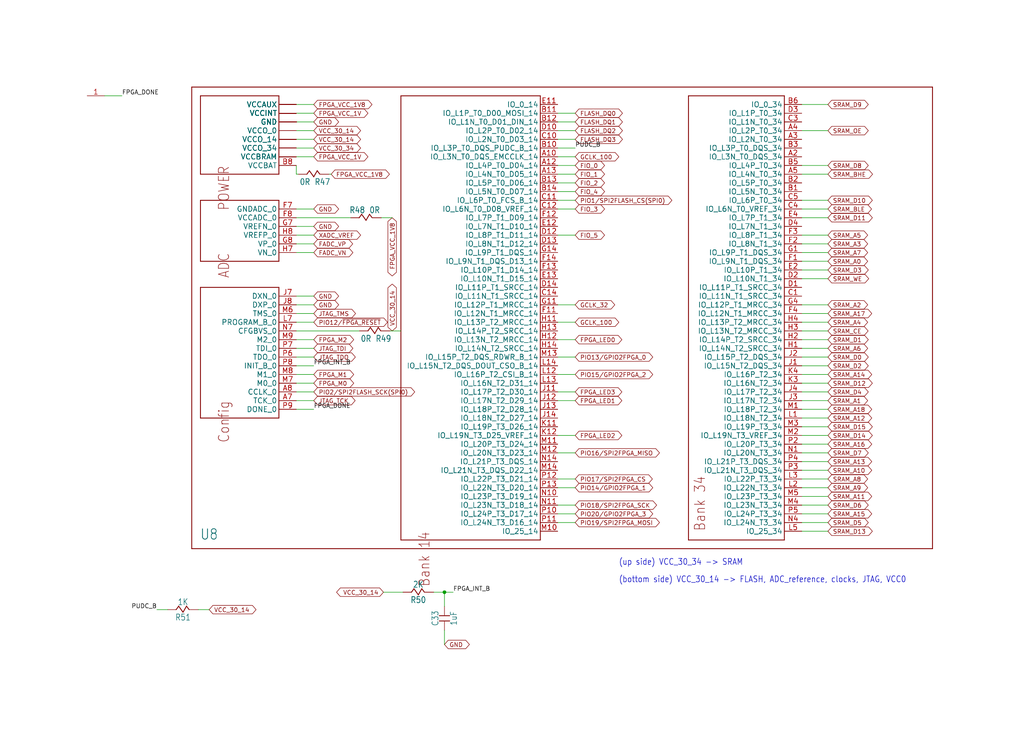
<source format=kicad_sch>
(kicad_sch (version 20250114) (generator "eeschema") (generator_version "9.0")
  (paper "User" 298.45 217.322)
  (lib_symbols
    (symbol "env-eagle-import:CAPACITOR0402"
      (property "Reference" "C" (at 0 1.714 0))
      (symbol "CAPACITOR0402_1_0"
        (polyline (pts (xy -0.762 1.524) (xy -0.762 -1.524)) (stroke (width 0.254)))
        (polyline (pts (xy 0.762 -1.524) (xy 0.762 1.524)) (stroke (width 0.254)))
        (pin bidirectional line (at -3.46 0 0) (length 2.54) (name "P$1") (number "1"))
        (pin bidirectional line (at 3.46 0 180) (length 2.54) (name "P$2") (number "2"))
      )
    )
    (symbol "env-eagle-import:RESISTORSMD_0402"
      (property "Reference" "R" (at 0 2 0))
      (symbol "RESISTORSMD_0402_1_0"
        (polyline (pts (xy -2 0) (xy -1.27 1.016)) (stroke (width 0.254)))
        (polyline (pts (xy -1.27 1.016) (xy 0 -0.762)) (stroke (width 0.254)))
        (polyline (pts (xy 0 -0.762) (xy 1.016 1.016)) (stroke (width 0.254)))
        (polyline (pts (xy 1.016 1.016) (xy 1.778 0)) (stroke (width 0.254)))
        (pin bidirectional line (at -4.46 0 0) (length 2.54) (name "1") (number "1"))
        (pin bidirectional line (at 4.46 0 180) (length 2.54) (name "2") (number "2"))
      )
    )
    (symbol "env-eagle-import:SPARTAN7-LX15"
      (property "Reference" "U" (at 0 0 0))
      (symbol "SPARTAN7-LX15_1_0"
        (polyline (pts (xy -2.54 132.08) (xy -2.54 -2.54)) (stroke (width 0.254)))
        (polyline (pts (xy -2.54 -2.54) (xy 213.36 -2.54)) (stroke (width 0.254)))
        (polyline (pts (xy 0 129.54) (xy 0 106.68)) (stroke (width 0.254)))
        (polyline (pts (xy 0 106.68) (xy 22.86 106.68)) (stroke (width 0.254)))
        (polyline (pts (xy 0 99.06) (xy 22.86 99.06)) (stroke (width 0.254)))
        (polyline (pts (xy 0 81.28) (xy 0 99.06)) (stroke (width 0.254)))
        (polyline (pts (xy 0 73.66) (xy 0 35.56)) (stroke (width 0.254)))
        (polyline (pts (xy 0 35.56) (xy 22.86 35.56)) (stroke (width 0.254)))
        (polyline (pts (xy 22.86 129.54) (xy 0 129.54)) (stroke (width 0.254)))
        (polyline (pts (xy 22.86 129.54) (xy 22.86 106.68)) (stroke (width 0.254)))
        (polyline (pts (xy 22.86 99.06) (xy 22.86 81.28)) (stroke (width 0.254)))
        (polyline (pts (xy 22.86 81.28) (xy 0 81.28)) (stroke (width 0.254)))
        (polyline (pts (xy 22.86 73.66) (xy 0 73.66)) (stroke (width 0.254)))
        (polyline (pts (xy 22.86 73.66) (xy 22.86 35.56)) (stroke (width 0.254)))
        (polyline (pts (xy 58.42 129.54) (xy 58.42 0)) (stroke (width 0.254)))
        (polyline (pts (xy 58.42 0) (xy 99.06 0)) (stroke (width 0.254)))
        (polyline (pts (xy 99.06 129.54) (xy 58.42 129.54)) (stroke (width 0.254)))
        (polyline (pts (xy 99.06 129.54) (xy 99.06 0)) (stroke (width 0.254)))
        (polyline (pts (xy 142.24 129.54) (xy 170.18 129.54)) (stroke (width 0.254)))
        (polyline (pts (xy 142.24 0) (xy 142.24 129.54)) (stroke (width 0.254)))
        (polyline (pts (xy 170.18 0) (xy 142.24 0)) (stroke (width 0.254)))
        (polyline (pts (xy 170.18 0) (xy 170.18 129.54)) (stroke (width 0.254)))
        (polyline (pts (xy 213.36 132.08) (xy -2.54 132.08)) (stroke (width 0.254)))
        (polyline (pts (xy 213.36 -2.54) (xy 213.36 132.08)) (stroke (width 0.254)))
        (text "POWER" (at 5.08 109.22 900) (effects (font (size 3 2.55)) (justify right top)))
        (text "ADC" (at 5.08 83.82 900) (effects (font (size 3 2.55)) (justify right top)))
        (text "Config" (at 5.08 40.64 900) (effects (font (size 3 2.55)) (justify right top)))
        (text "Bank 14" (at 63.5 2.54 900) (effects (font (size 3 2.55)) (justify right top)))
        (text "Bank 34" (at 147.32 2.54 900) (effects (font (size 3 2.55)) (justify left bottom)))
        (pin bidirectional line (at 27.94 127 180) (length 5.08) (name "VCCAUX") (number "F10"))
        (pin bidirectional line (at 27.94 127 180) (length 5.08) (name "VCCAUX") (number "H10"))
        (pin bidirectional line (at 27.94 127 180) (length 5.08) (name "VCCAUX") (number "K10"))
        (pin bidirectional line (at 27.94 127 180) (length 5.08) (name "VCCAUX") (number "L9"))
        (pin bidirectional line (at 27.94 124.46 180) (length 5.08) (name "VCCINT") (number "D6"))
        (pin bidirectional line (at 27.94 124.46 180) (length 5.08) (name "VCCINT") (number "D8"))
        (pin bidirectional line (at 27.94 124.46 180) (length 5.08) (name "VCCINT") (number "E7"))
        (pin bidirectional line (at 27.94 124.46 180) (length 5.08) (name "VCCINT") (number "E9"))
        (pin bidirectional line (at 27.94 124.46 180) (length 5.08) (name "VCCINT") (number "F6"))
        (pin bidirectional line (at 27.94 124.46 180) (length 5.08) (name "VCCINT") (number "G9"))
        (pin bidirectional line (at 27.94 124.46 180) (length 5.08) (name "VCCINT") (number "H6"))
        (pin bidirectional line (at 27.94 124.46 180) (length 5.08) (name "VCCINT") (number "J9"))
        (pin bidirectional line (at 27.94 124.46 180) (length 5.08) (name "VCCINT") (number "K6"))
        (pin bidirectional line (at 27.94 124.46 180) (length 5.08) (name "VCCINT") (number "K8"))
        (pin bidirectional line (at 27.94 121.92 180) (length 5.08) (name "GND") (number "A1"))
        (pin bidirectional line (at 27.94 121.92 180) (length 5.08) (name "GND") (number "A11"))
        (pin bidirectional line (at 27.94 121.92 180) (length 5.08) (name "GND") (number "A14"))
        (pin bidirectional line (at 27.94 121.92 180) (length 5.08) (name "GND") (number "A6"))
        (pin bidirectional line (at 27.94 121.92 180) (length 5.08) (name "GND") (number "A9"))
        (pin bidirectional line (at 27.94 121.92 180) (length 5.08) (name "GND") (number "B4"))
        (pin bidirectional line (at 27.94 121.92 180) (length 5.08) (name "GND") (number "B7"))
        (pin bidirectional line (at 27.94 121.92 180) (length 5.08) (name "GND") (number "B9"))
        (pin bidirectional line (at 27.94 121.92 180) (length 5.08) (name "GND") (number "C13"))
        (pin bidirectional line (at 27.94 121.92 180) (length 5.08) (name "GND") (number "C2"))
        (pin bidirectional line (at 27.94 121.92 180) (length 5.08) (name "GND") (number "C6"))
        (pin bidirectional line (at 27.94 121.92 180) (length 5.08) (name "GND") (number "C7"))
        (pin bidirectional line (at 27.94 121.92 180) (length 5.08) (name "GND") (number "C8"))
        (pin bidirectional line (at 27.94 121.92 180) (length 5.08) (name "GND") (number "C9"))
        (pin bidirectional line (at 27.94 121.92 180) (length 5.08) (name "GND") (number "D11"))
        (pin bidirectional line (at 27.94 121.92 180) (length 5.08) (name "GND") (number "D5"))
        (pin bidirectional line (at 27.94 121.92 180) (length 5.08) (name "GND") (number "D7"))
        (pin bidirectional line (at 27.94 121.92 180) (length 5.08) (name "GND") (number "D9"))
        (pin bidirectional line (at 27.94 121.92 180) (length 5.08) (name "GND") (number "E1"))
        (pin bidirectional line (at 27.94 121.92 180) (length 5.08) (name "GND") (number "E10"))
        (pin bidirectional line (at 27.94 121.92 180) (length 5.08) (name "GND") (number "E14"))
        (pin bidirectional line (at 27.94 121.92 180) (length 5.08) (name "GND") (number "E3"))
        (pin bidirectional line (at 27.94 121.92 180) (length 5.08) (name "GND") (number "E6"))
        (pin bidirectional line (at 27.94 121.92 180) (length 5.08) (name "GND") (number "E8"))
        (pin bidirectional line (at 27.94 121.92 180) (length 5.08) (name "GND") (number "F5"))
        (pin bidirectional line (at 27.94 121.92 180) (length 5.08) (name "GND") (number "F9"))
        (pin bidirectional line (at 27.94 121.92 180) (length 5.08) (name "GND") (number "G10"))
        (pin bidirectional line (at 27.94 121.92 180) (length 5.08) (name "GND") (number "G12"))
        (pin bidirectional line (at 27.94 121.92 180) (length 5.08) (name "GND") (number "G3"))
        (pin bidirectional line (at 27.94 121.92 180) (length 5.08) (name "GND") (number "G6"))
        (pin bidirectional line (at 27.94 121.92 180) (length 5.08) (name "GND") (number "H5"))
        (pin bidirectional line (at 27.94 121.92 180) (length 5.08) (name "GND") (number "H9"))
        (pin bidirectional line (at 27.94 121.92 180) (length 5.08) (name "GND") (number "J10"))
        (pin bidirectional line (at 27.94 121.92 180) (length 5.08) (name "GND") (number "J6"))
        (pin bidirectional line (at 27.94 121.92 180) (length 5.08) (name "GND") (number "K1"))
        (pin bidirectional line (at 27.94 121.92 180) (length 5.08) (name "GND") (number "K14"))
        (pin bidirectional line (at 27.94 121.92 180) (length 5.08) (name "GND") (number "K5"))
        (pin bidirectional line (at 27.94 121.92 180) (length 5.08) (name "GND") (number "K7"))
        (pin bidirectional line (at 27.94 121.92 180) (length 5.08) (name "GND") (number "K9"))
        (pin bidirectional line (at 27.94 121.92 180) (length 5.08) (name "GND") (number "L10"))
        (pin bidirectional line (at 27.94 121.92 180) (length 5.08) (name "GND") (number "L11"))
        (pin bidirectional line (at 27.94 121.92 180) (length 5.08) (name "GND") (number "L4"))
        (pin bidirectional line (at 27.94 121.92 180) (length 5.08) (name "GND") (number "L6"))
        (pin bidirectional line (at 27.94 121.92 180) (length 5.08) (name "GND") (number "L8"))
        (pin bidirectional line (at 27.94 121.92 180) (length 5.08) (name "GND") (number "N12"))
        (pin bidirectional line (at 27.94 121.92 180) (length 5.08) (name "GND") (number "N3"))
        (pin bidirectional line (at 27.94 121.92 180) (length 5.08) (name "GND") (number "N5"))
        (pin bidirectional line (at 27.94 121.92 180) (length 5.08) (name "GND") (number "N9"))
        (pin bidirectional line (at 27.94 121.92 180) (length 5.08) (name "GND") (number "P1"))
        (pin bidirectional line (at 27.94 121.92 180) (length 5.08) (name "GND") (number "P14"))
        (pin bidirectional line (at 27.94 119.38 180) (length 5.08) (name "VCCO_0") (number "N6"))
        (pin bidirectional line (at 27.94 119.38 180) (length 5.08) (name "VCCO_0") (number "N8"))
        (pin bidirectional line (at 27.94 116.84 180) (length 5.08) (name "VCCO_14") (number "G13"))
        (pin bidirectional line (at 27.94 116.84 180) (length 5.08) (name "VCCO_14") (number "K13"))
        (pin bidirectional line (at 27.94 116.84 180) (length 5.08) (name "VCCO_14") (number "N13"))
        (pin bidirectional line (at 27.94 114.3 180) (length 5.08) (name "VCCO_34") (number "G2"))
        (pin bidirectional line (at 27.94 114.3 180) (length 5.08) (name "VCCO_34") (number "K2"))
        (pin bidirectional line (at 27.94 114.3 180) (length 5.08) (name "VCCO_34") (number "N2"))
        (pin bidirectional line (at 27.94 111.76 180) (length 5.08) (name "VCCBRAM") (number "E5"))
        (pin bidirectional line (at 27.94 111.76 180) (length 5.08) (name "VCCBRAM") (number "G5"))
        (pin bidirectional line (at 27.94 111.76 180) (length 5.08) (name "VCCBRAM") (number "J5"))
        (pin bidirectional line (at 27.94 109.22 180) (length 5.08) (name "VCCBAT") (number "B8"))
        (pin bidirectional line (at 27.94 96.52 180) (length 5.08) (name "GNDADC_0") (number "F7"))
        (pin bidirectional line (at 27.94 93.98 180) (length 5.08) (name "VCCADC_0") (number "F8"))
        (pin bidirectional line (at 27.94 91.44 180) (length 5.08) (name "VREFN_0") (number "G7"))
        (pin bidirectional line (at 27.94 88.9 180) (length 5.08) (name "VREFP_0") (number "H8"))
        (pin bidirectional line (at 27.94 86.36 180) (length 5.08) (name "VP_0") (number "G8"))
        (pin bidirectional line (at 27.94 83.82 180) (length 5.08) (name "VN_0") (number "H7"))
        (pin bidirectional line (at 27.94 71.12 180) (length 5.08) (name "DXN_0") (number "J7"))
        (pin bidirectional line (at 27.94 68.58 180) (length 5.08) (name "DXP_0") (number "J8"))
        (pin bidirectional line (at 27.94 66.04 180) (length 5.08) (name "TMS_0") (number "M6"))
        (pin bidirectional line (at 27.94 63.5 180) (length 5.08) (name "PROGRAM_B_0") (number "L7"))
        (pin bidirectional line (at 27.94 60.96 180) (length 5.08) (name "CFGBVS_0") (number "N7"))
        (pin bidirectional line (at 27.94 58.42 180) (length 5.08) (name "M2_0") (number "M9"))
        (pin bidirectional line (at 27.94 55.88 180) (length 5.08) (name "TDI_0") (number "P7"))
        (pin bidirectional line (at 27.94 53.34 180) (length 5.08) (name "TDO_0") (number "P6"))
        (pin bidirectional line (at 27.94 50.8 180) (length 5.08) (name "INIT_B_0") (number "P8"))
        (pin bidirectional line (at 27.94 48.26 180) (length 5.08) (name "M1_0") (number "M8"))
        (pin bidirectional line (at 27.94 45.72 180) (length 5.08) (name "M0_0") (number "M7"))
        (pin bidirectional line (at 27.94 43.18 180) (length 5.08) (name "CCLK_0") (number "A8"))
        (pin bidirectional line (at 27.94 40.64 180) (length 5.08) (name "TCK_0") (number "A7"))
        (pin bidirectional line (at 27.94 38.1 180) (length 5.08) (name "DONE_0") (number "P9"))
        (pin bidirectional line (at 104.14 127 180) (length 5.08) (name "IO_0_14") (number "E11"))
        (pin bidirectional line (at 104.14 124.46 180) (length 5.08) (name "IO_L1P_T0_D00_MOSI_14") (number "B11"))
        (pin bidirectional line (at 104.14 121.92 180) (length 5.08) (name "IO_L1N_T0_D01_DIN_14") (number "B12"))
        (pin bidirectional line (at 104.14 119.38 180) (length 5.08) (name "IO_L2P_T0_D02_14") (number "D10"))
        (pin bidirectional line (at 104.14 116.84 180) (length 5.08) (name "IO_L2N_T0_D03_14") (number "C10"))
        (pin bidirectional line (at 104.14 114.3 180) (length 5.08) (name "IO_L3P_T0_DQS_PUDC_B_14") (number "B10"))
        (pin bidirectional line (at 104.14 111.76 180) (length 5.08) (name "IO_L3N_T0_DQS_EMCCLK_14") (number "A10"))
        (pin bidirectional line (at 104.14 109.22 180) (length 5.08) (name "IO_L4P_T0_D04_14") (number "A12"))
        (pin bidirectional line (at 104.14 106.68 180) (length 5.08) (name "IO_L4N_T0_D05_14") (number "A13"))
        (pin bidirectional line (at 104.14 104.14 180) (length 5.08) (name "IO_L5P_T0_D06_14") (number "B13"))
        (pin bidirectional line (at 104.14 101.6 180) (length 5.08) (name "IO_L5N_T0_D07_14") (number "B14"))
        (pin bidirectional line (at 104.14 99.06 180) (length 5.08) (name "IO_L6P_T0_FCS_B_14") (number "C11"))
        (pin bidirectional line (at 104.14 96.52 180) (length 5.08) (name "IO_L6N_T0_D08_VREF_14") (number "C12"))
        (pin bidirectional line (at 104.14 93.98 180) (length 5.08) (name "IO_L7P_T1_D09_14") (number "F12"))
        (pin bidirectional line (at 104.14 91.44 180) (length 5.08) (name "IO_L7N_T1_D10_14") (number "E12"))
        (pin bidirectional line (at 104.14 88.9 180) (length 5.08) (name "IO_L8P_T1_D11_14") (number "D12"))
        (pin bidirectional line (at 104.14 86.36 180) (length 5.08) (name "IO_L8N_T1_D12_14") (number "D13"))
        (pin bidirectional line (at 104.14 83.82 180) (length 5.08) (name "IO_L9P_T1_DQS_14") (number "G14"))
        (pin bidirectional line (at 104.14 81.28 180) (length 5.08) (name "IO_L9N_T1_DQS_D13_14") (number "F14"))
        (pin bidirectional line (at 104.14 78.74 180) (length 5.08) (name "IO_L10P_T1_D14_14") (number "F13"))
        (pin bidirectional line (at 104.14 76.2 180) (length 5.08) (name "IO_L10N_T1_D15_14") (number "E13"))
        (pin bidirectional line (at 104.14 73.66 180) (length 5.08) (name "IO_L11P_T1_SRCC_14") (number "D14"))
        (pin bidirectional line (at 104.14 71.12 180) (length 5.08) (name "IO_L11N_T1_SRCC_14") (number "C14"))
        (pin bidirectional line (at 104.14 68.58 180) (length 5.08) (name "IO_L12P_T1_MRCC_14") (number "G11"))
        (pin bidirectional line (at 104.14 66.04 180) (length 5.08) (name "IO_L12N_T1_MRCC_14") (number "F11"))
        (pin bidirectional line (at 104.14 63.5 180) (length 5.08) (name "IO_L13P_T2_MRCC_14") (number "H11"))
        (pin bidirectional line (at 104.14 60.96 180) (length 5.08) (name "IO_L14P_T2_SRCC_14") (number "H13"))
        (pin bidirectional line (at 104.14 58.42 180) (length 5.08) (name "IO_L13N_T2_MRCC_14") (number "H12"))
        (pin bidirectional line (at 104.14 55.88 180) (length 5.08) (name "IO_L14N_T2_SRCC_14") (number "H14"))
        (pin bidirectional line (at 104.14 53.34 180) (length 5.08) (name "IO_L15P_T2_DQS_RDWR_B_14") (number "M13"))
        (pin bidirectional line (at 104.14 50.8 180) (length 5.08) (name "IO_L15N_T2_DQS_DOUT_CSO_B_14") (number "L14"))
        (pin bidirectional line (at 104.14 48.26 180) (length 5.08) (name "IO_L16P_T2_CSI_B_14") (number "L12"))
        (pin bidirectional line (at 104.14 45.72 180) (length 5.08) (name "IO_L16N_T2_D31_14") (number "L13"))
        (pin bidirectional line (at 104.14 43.18 180) (length 5.08) (name "IO_L17P_T2_D30_14") (number "J11"))
        (pin bidirectional line (at 104.14 40.64 180) (length 5.08) (name "IO_L17N_T2_D29_14") (number "J12"))
        (pin bidirectional line (at 104.14 38.1 180) (length 5.08) (name "IO_L18P_T2_D28_14") (number "J13"))
        (pin bidirectional line (at 104.14 35.56 180) (length 5.08) (name "IO_L18N_T2_D27_14") (number "J14"))
        (pin bidirectional line (at 104.14 33.02 180) (length 5.08) (name "IO_L19P_T3_D26_14") (number "K11"))
        (pin bidirectional line (at 104.14 30.48 180) (length 5.08) (name "IO_L19N_T3_D25_VREF_14") (number "K12"))
        (pin bidirectional line (at 104.14 27.94 180) (length 5.08) (name "IO_L20P_T3_D24_14") (number "M11"))
        (pin bidirectional line (at 104.14 25.4 180) (length 5.08) (name "IO_L20N_T3_D23_14") (number "M12"))
        (pin bidirectional line (at 104.14 22.86 180) (length 5.08) (name "IO_L21P_T3_DQS_14") (number "N14"))
        (pin bidirectional line (at 104.14 20.32 180) (length 5.08) (name "IO_L21N_T3_DQS_D22_14") (number "M14"))
        (pin bidirectional line (at 104.14 17.78 180) (length 5.08) (name "IO_L22P_T3_D21_14") (number "P12"))
        (pin bidirectional line (at 104.14 15.24 180) (length 5.08) (name "IO_L22N_T3_D20_14") (number "P13"))
        (pin bidirectional line (at 104.14 12.7 180) (length 5.08) (name "IO_L23P_T3_D19_14") (number "N10"))
        (pin bidirectional line (at 104.14 10.16 180) (length 5.08) (name "IO_L23N_T3_D18_14") (number "N11"))
        (pin bidirectional line (at 104.14 7.62 180) (length 5.08) (name "IO_L24P_T3_D17_14") (number "P10"))
        (pin bidirectional line (at 104.14 5.08 180) (length 5.08) (name "IO_L24N_T3_D16_14") (number "P11"))
        (pin bidirectional line (at 104.14 2.54 180) (length 5.08) (name "IO_25_14") (number "M10"))
        (pin bidirectional line (at 175.26 127 180) (length 5.08) (name "IO_0_34") (number "B6"))
        (pin bidirectional line (at 175.26 124.46 180) (length 5.08) (name "IO_L1P_T0_34") (number "D3"))
        (pin bidirectional line (at 175.26 121.92 180) (length 5.08) (name "IO_L1N_T0_34") (number "C3"))
        (pin bidirectional line (at 175.26 119.38 180) (length 5.08) (name "IO_L2P_T0_34") (number "A4"))
        (pin bidirectional line (at 175.26 116.84 180) (length 5.08) (name "IO_L2N_T0_34") (number "A3"))
        (pin bidirectional line (at 175.26 114.3 180) (length 5.08) (name "IO_L3P_T0_DQS_34") (number "B3"))
        (pin bidirectional line (at 175.26 111.76 180) (length 5.08) (name "IO_L3N_T0_DQS_34") (number "A2"))
        (pin bidirectional line (at 175.26 109.22 180) (length 5.08) (name "IO_L4P_T0_34") (number "B5"))
        (pin bidirectional line (at 175.26 106.68 180) (length 5.08) (name "IO_L4N_T0_34") (number "A5"))
        (pin bidirectional line (at 175.26 104.14 180) (length 5.08) (name "IO_L5P_T0_34") (number "B2"))
        (pin bidirectional line (at 175.26 101.6 180) (length 5.08) (name "IO_L5N_T0_34") (number "B1"))
        (pin bidirectional line (at 175.26 99.06 180) (length 5.08) (name "IO_L6P_T0_34") (number "C5"))
        (pin bidirectional line (at 175.26 96.52 180) (length 5.08) (name "IO_L6N_T0_VREF_34") (number "C4"))
        (pin bidirectional line (at 175.26 93.98 180) (length 5.08) (name "IO_L7P_T1_34") (number "E4"))
        (pin bidirectional line (at 175.26 91.44 180) (length 5.08) (name "IO_L7N_T1_34") (number "D4"))
        (pin bidirectional line (at 175.26 88.9 180) (length 5.08) (name "IO_L8P_T1_34") (number "F3"))
        (pin bidirectional line (at 175.26 86.36 180) (length 5.08) (name "IO_L8N_T1_34") (number "F2"))
        (pin bidirectional line (at 175.26 83.82 180) (length 5.08) (name "IO_L9P_T1_DQS_34") (number "G1"))
        (pin bidirectional line (at 175.26 81.28 180) (length 5.08) (name "IO_L9N_T1_DQS_34") (number "F1"))
        (pin bidirectional line (at 175.26 78.74 180) (length 5.08) (name "IO_L10P_T1_34") (number "E2"))
        (pin bidirectional line (at 175.26 76.2 180) (length 5.08) (name "IO_L10N_T1_34") (number "D2"))
        (pin bidirectional line (at 175.26 73.66 180) (length 5.08) (name "IO_L11P_T1_SRCC_34") (number "D1"))
        (pin bidirectional line (at 175.26 71.12 180) (length 5.08) (name "IO_L11N_T1_SRCC_34") (number "C1"))
        (pin bidirectional line (at 175.26 68.58 180) (length 5.08) (name "IO_L12P_T1_MRCC_34") (number "G4"))
        (pin bidirectional line (at 175.26 66.04 180) (length 5.08) (name "IO_L12N_T1_MRCC_34") (number "F4"))
        (pin bidirectional line (at 175.26 63.5 180) (length 5.08) (name "IO_L13P_T2_MRCC_34") (number "H4"))
        (pin bidirectional line (at 175.26 60.96 180) (length 5.08) (name "IO_L13N_T2_MRCC_34") (number "H3"))
        (pin bidirectional line (at 175.26 58.42 180) (length 5.08) (name "IO_L14P_T2_SRCC_34") (number "H2"))
        (pin bidirectional line (at 175.26 55.88 180) (length 5.08) (name "IO_L14N_T2_SRCC_34") (number "H1"))
        (pin bidirectional line (at 175.26 53.34 180) (length 5.08) (name "IO_L15P_T2_DQS_34") (number "J2"))
        (pin bidirectional line (at 175.26 50.8 180) (length 5.08) (name "IO_L15N_T2_DQS_34") (number "J1"))
        (pin bidirectional line (at 175.26 48.26 180) (length 5.08) (name "IO_L16P_T2_34") (number "K4"))
        (pin bidirectional line (at 175.26 45.72 180) (length 5.08) (name "IO_L16N_T2_34") (number "K3"))
        (pin bidirectional line (at 175.26 43.18 180) (length 5.08) (name "IO_L17P_T2_34") (number "J4"))
        (pin bidirectional line (at 175.26 40.64 180) (length 5.08) (name "IO_L17N_T2_34") (number "J3"))
        (pin bidirectional line (at 175.26 38.1 180) (length 5.08) (name "IO_L18P_T2_34") (number "M1"))
        (pin bidirectional line (at 175.26 35.56 180) (length 5.08) (name "IO_L18N_T2_34") (number "L1"))
        (pin bidirectional line (at 175.26 33.02 180) (length 5.08) (name "IO_L19P_T3_34") (number "M3"))
        (pin bidirectional line (at 175.26 30.48 180) (length 5.08) (name "IO_L19N_T3_VREF_34") (number "M2"))
        (pin bidirectional line (at 175.26 27.94 180) (length 5.08) (name "IO_L20P_T3_34") (number "P2"))
        (pin bidirectional line (at 175.26 25.4 180) (length 5.08) (name "IO_L20N_T3_34") (number "N1"))
        (pin bidirectional line (at 175.26 22.86 180) (length 5.08) (name "IO_L21P_T3_DQS_34") (number "P4"))
        (pin bidirectional line (at 175.26 20.32 180) (length 5.08) (name "IO_L21N_T3_DQS_34") (number "P3"))
        (pin bidirectional line (at 175.26 17.78 180) (length 5.08) (name "IO_L22P_T3_34") (number "L3"))
        (pin bidirectional line (at 175.26 15.24 180) (length 5.08) (name "IO_L22N_T3_34") (number "L2"))
        (pin bidirectional line (at 175.26 12.7 180) (length 5.08) (name "IO_L23P_T3_34") (number "M5"))
        (pin bidirectional line (at 175.26 10.16 180) (length 5.08) (name "IO_L23N_T3_34") (number "M4"))
        (pin bidirectional line (at 175.26 7.62 180) (length 5.08) (name "IO_L24P_T3_34") (number "P5"))
        (pin bidirectional line (at 175.26 5.08 180) (length 5.08) (name "IO_L24N_T3_34") (number "N4"))
        (pin bidirectional line (at 175.26 2.54 180) (length 5.08) (name "IO_25_34") (number "L5"))
      )
    )
    (symbol "env-eagle-import:TEST_POINTSMD"
      (symbol "TEST_POINTSMD_1_0"
        (pin bidirectional line (at -5.08 0 0) (length 5.08) (name ">NAME") (number "1"))
      )
    )
  )
  (text "(up side) VCC_30_34 -> SRAM" (at 180.34 165.1 0) (effects (font (size 1.778 1.5113)) (justify left bottom)))
  (text "(bottom side) VCC_30_14 -> FLASH, ADC_reference, clocks, JTAG, VCC0" (at 180.34 170.18 0) (effects (font (size 1.778 1.5113)) (justify left bottom)))
  (junction (at 129.54 172.72))
  (wire (pts (xy 162.56 88.9) (xy 167.64 88.9)) (stroke (width 0.1524)))
  (wire (pts (xy 233.68 114.3) (xy 241.3 114.3)) (stroke (width 0.1524)))
  (wire (pts (xy 162.56 127) (xy 167.64 127)) (stroke (width 0.1524)))
  (wire (pts (xy 86.36 60.96) (xy 91.44 60.96)) (stroke (width 0.1524)))
  (wire (pts (xy 86.36 88.9) (xy 91.44 88.9)) (stroke (width 0.1524)))
  (wire (pts (xy 86.36 71.12) (xy 91.44 71.12)) (stroke (width 0.1524)))
  (wire (pts (xy 241.3 137.16) (xy 233.68 137.16)) (stroke (width 0.1524)))
  (wire (pts (xy 48.88 177.8) (xy 45.72 177.8)) (stroke (width 0.1524)))
  (wire (pts (xy 86.36 45.72) (xy 91.44 45.72)) (stroke (width 0.1524)))
  (wire (pts (xy 86.36 33.02) (xy 91.44 33.02)) (stroke (width 0.1524)))
  (wire (pts (xy 86.36 91.44) (xy 91.44 91.44)) (stroke (width 0.1524)))
  (wire (pts (xy 86.36 43.18) (xy 91.44 43.18)) (stroke (width 0.1524)))
  (wire (pts (xy 233.68 38.1) (xy 241.3 38.1)) (stroke (width 0.1524)))
  (wire (pts (xy 86.36 86.36) (xy 91.44 86.36)) (stroke (width 0.1524)))
  (wire (pts (xy 167.64 45.72) (xy 162.56 45.72)) (stroke (width 0.1524)))
  (wire (pts (xy 86.36 30.48) (xy 91.44 30.48)) (stroke (width 0.1524)))
  (wire (pts (xy 233.68 106.68) (xy 241.3 106.68)) (stroke (width 0.1524)))
  (wire (pts (xy 162.56 109.22) (xy 167.64 109.22)) (stroke (width 0.1524)))
  (wire (pts (xy 86.36 35.56) (xy 91.44 35.56)) (stroke (width 0.1524)))
  (wire (pts (xy 233.68 78.74) (xy 241.3 78.74)) (stroke (width 0.1524)))
  (wire (pts (xy 233.68 50.8) (xy 241.3 50.8)) (stroke (width 0.1524)))
  (wire (pts (xy 233.68 48.26) (xy 241.3 48.26)) (stroke (width 0.1524)))
  (wire (pts (xy 104.76 96.52) (xy 86.36 96.52)) (stroke (width 0.1524)))
  (wire (pts (xy 233.68 88.9) (xy 241.3 88.9)) (stroke (width 0.1524)))
  (wire (pts (xy 86.98 50.8) (xy 86.36 50.8)) (stroke (width 0.1524)))
  (wire (pts (xy 241.3 147.32) (xy 233.68 147.32)) (stroke (width 0.1524)))
  (wire (pts (xy 95.9 50.8) (xy 96.52 50.8)) (stroke (width 0.1524)))
  (wire (pts (xy 233.68 99.06) (xy 241.3 99.06)) (stroke (width 0.1524)))
  (wire (pts (xy 233.68 30.48) (xy 241.3 30.48)) (stroke (width 0.1524)))
  (wire (pts (xy 162.56 68.58) (xy 167.64 68.58)) (stroke (width 0.1524)))
  (wire (pts (xy 162.56 50.8) (xy 167.64 50.8)) (stroke (width 0.1524)))
  (wire (pts (xy 233.68 142.24) (xy 241.3 142.24)) (stroke (width 0.1524)))
  (wire (pts (xy 86.36 68.58) (xy 91.44 68.58)) (stroke (width 0.1524)))
  (wire (pts (xy 162.56 38.1) (xy 167.64 38.1)) (stroke (width 0.1524)))
  (wire (pts (xy 233.68 58.42) (xy 241.3 58.42)) (stroke (width 0.1524)))
  (wire (pts (xy 129.54 172.72) (xy 129.54 176.88)) (stroke (width 0.1524)))
  (wire (pts (xy 233.68 152.4) (xy 241.3 152.4)) (stroke (width 0.1524)))
  (wire (pts (xy 86.36 99.06) (xy 91.44 99.06)) (stroke (width 0.1524)))
  (wire (pts (xy 241.3 144.78) (xy 233.68 144.78)) (stroke (width 0.1524)))
  (wire (pts (xy 162.56 149.86) (xy 167.64 149.86)) (stroke (width 0.1524)))
  (wire (pts (xy 162.56 132.08) (xy 167.64 132.08)) (stroke (width 0.1524)))
  (wire (pts (xy 233.68 116.84) (xy 241.3 116.84)) (stroke (width 0.1524)))
  (wire (pts (xy 233.68 109.22) (xy 241.3 109.22)) (stroke (width 0.1524)))
  (wire (pts (xy 233.68 81.28) (xy 241.3 81.28)) (stroke (width 0.1524)))
  (wire (pts (xy 162.56 43.18) (xy 167.64 43.18)) (stroke (width 0.1524)))
  (wire (pts (xy 86.36 40.64) (xy 91.44 40.64)) (stroke (width 0.1524)))
  (wire (pts (xy 162.56 152.4) (xy 167.64 152.4)) (stroke (width 0.1524)))
  (wire (pts (xy 162.56 55.88) (xy 167.64 55.88)) (stroke (width 0.1524)))
  (wire (pts (xy 233.68 111.76) (xy 241.3 111.76)) (stroke (width 0.1524)))
  (wire (pts (xy 162.56 116.84) (xy 167.64 116.84)) (stroke (width 0.1524)))
  (wire (pts (xy 162.56 48.26) (xy 167.64 48.26)) (stroke (width 0.1524)))
  (wire (pts (xy 233.68 76.2) (xy 241.3 76.2)) (stroke (width 0.1524)))
  (wire (pts (xy 233.68 96.52) (xy 241.3 96.52)) (stroke (width 0.1524)))
  (wire (pts (xy 162.56 33.02) (xy 167.64 33.02)) (stroke (width 0.1524)))
  (wire (pts (xy 162.56 40.64) (xy 167.64 40.64)) (stroke (width 0.1524)))
  (wire (pts (xy 233.68 127) (xy 241.3 127)) (stroke (width 0.1524)))
  (wire (pts (xy 233.68 104.14) (xy 241.3 104.14)) (stroke (width 0.1524)))
  (wire (pts (xy 233.68 71.12) (xy 241.3 71.12)) (stroke (width 0.1524)))
  (wire (pts (xy 86.36 114.3) (xy 91.44 114.3)) (stroke (width 0.1524)))
  (wire (pts (xy 57.8 177.8) (xy 60.96 177.8)) (stroke (width 0.1524)))
  (wire (pts (xy 86.36 73.66) (xy 91.44 73.66)) (stroke (width 0.1524)))
  (wire (pts (xy 129.54 183.8) (xy 129.54 187.96)) (stroke (width 0.1524)))
  (wire (pts (xy 162.56 53.34) (xy 167.64 53.34)) (stroke (width 0.1524)))
  (wire (pts (xy 233.68 124.46) (xy 241.3 124.46)) (stroke (width 0.1524)))
  (wire (pts (xy 233.68 91.44) (xy 241.3 91.44)) (stroke (width 0.1524)))
  (wire (pts (xy 86.36 93.98) (xy 91.44 93.98)) (stroke (width 0.1524)))
  (wire (pts (xy 233.68 60.96) (xy 241.3 60.96)) (stroke (width 0.1524)))
  (wire (pts (xy 111.14 63.5) (xy 114.3 63.5)) (stroke (width 0.1524)))
  (wire (pts (xy 233.68 119.38) (xy 241.3 119.38)) (stroke (width 0.1524)))
  (wire (pts (xy 86.36 106.68) (xy 91.44 106.68)) (stroke (width 0.1524)))
  (wire (pts (xy 86.36 109.22) (xy 91.44 109.22)) (stroke (width 0.1524)))
  (wire (pts (xy 233.68 73.66) (xy 241.3 73.66)) (stroke (width 0.1524)))
  (wire (pts (xy 162.56 35.56) (xy 167.64 35.56)) (stroke (width 0.1524)))
  (wire (pts (xy 162.56 104.14) (xy 167.64 104.14)) (stroke (width 0.1524)))
  (wire (pts (xy 233.68 134.62) (xy 241.3 134.62)) (stroke (width 0.1524)))
  (wire (pts (xy 86.36 50.8) (xy 86.36 48.26)) (stroke (width 0.1524)))
  (wire (pts (xy 129.54 172.72) (xy 132.08 172.72)) (stroke (width 0.1524)))
  (wire (pts (xy 233.68 139.7) (xy 241.3 139.7)) (stroke (width 0.1524)))
  (wire (pts (xy 30.48 27.94) (xy 35.56 27.94)) (stroke (width 0.1524)))
  (wire (pts (xy 102.22 63.5) (xy 86.36 63.5)) (stroke (width 0.1524)))
  (wire (pts (xy 86.36 119.38) (xy 91.44 119.38)) (stroke (width 0.1524)))
  (wire (pts (xy 162.56 142.24) (xy 167.64 142.24)) (stroke (width 0.1524)))
  (wire (pts (xy 86.36 66.04) (xy 91.44 66.04)) (stroke (width 0.1524)))
  (wire (pts (xy 233.68 121.92) (xy 241.3 121.92)) (stroke (width 0.1524)))
  (wire (pts (xy 111.76 172.72) (xy 117.46 172.72)) (stroke (width 0.1524)))
  (wire (pts (xy 233.68 63.5) (xy 241.3 63.5)) (stroke (width 0.1524)))
  (wire (pts (xy 162.56 93.98) (xy 167.64 93.98)) (stroke (width 0.1524)))
  (wire (pts (xy 86.36 116.84) (xy 91.44 116.84)) (stroke (width 0.1524)))
  (wire (pts (xy 241.3 149.86) (xy 233.68 149.86)) (stroke (width 0.1524)))
  (wire (pts (xy 86.36 38.1) (xy 91.44 38.1)) (stroke (width 0.1524)))
  (wire (pts (xy 86.36 101.6) (xy 91.44 101.6)) (stroke (width 0.1524)))
  (wire (pts (xy 162.56 114.3) (xy 167.64 114.3)) (stroke (width 0.1524)))
  (wire (pts (xy 241.3 154.94) (xy 233.68 154.94)) (stroke (width 0.1524)))
  (wire (pts (xy 233.68 101.6) (xy 241.3 101.6)) (stroke (width 0.1524)))
  (wire (pts (xy 241.3 132.08) (xy 233.68 132.08)) (stroke (width 0.1524)))
  (wire (pts (xy 233.68 68.58) (xy 241.3 68.58)) (stroke (width 0.1524)))
  (wire (pts (xy 162.56 60.96) (xy 167.64 60.96)) (stroke (width 0.1524)))
  (wire (pts (xy 162.56 139.7) (xy 167.64 139.7)) (stroke (width 0.1524)))
  (wire (pts (xy 126.38 172.72) (xy 129.54 172.72)) (stroke (width 0.1524)))
  (wire (pts (xy 162.56 99.06) (xy 167.64 99.06)) (stroke (width 0.1524)))
  (wire (pts (xy 162.56 147.32) (xy 167.64 147.32)) (stroke (width 0.1524)))
  (wire (pts (xy 233.68 93.98) (xy 241.3 93.98)) (stroke (width 0.1524)))
  (wire (pts (xy 241.3 129.54) (xy 233.68 129.54)) (stroke (width 0.1524)))
  (wire (pts (xy 86.36 111.76) (xy 91.44 111.76)) (stroke (width 0.1524)))
  (wire (pts (xy 86.36 104.14) (xy 91.44 104.14)) (stroke (width 0.1524)))
  (wire (pts (xy 162.56 58.42) (xy 167.64 58.42)) (stroke (width 0.1524)))
  (wire (pts (xy 113.68 96.52) (xy 116.84 96.52)) (stroke (width 0.1524)))
  (label "FPGA_INT_B" (at 132.08 172.72 0) (effects (font (size 1.2446 1.2446))))
  (label "PUDC_B" (at 167.64 43.18 0) (effects (font (size 1.2446 1.2446))))
  (label "PUDC_B" (at 45.72 177.8 180) (effects (font (size 1.2446 1.2446))))
  (label "FPGA_INT_B" (at 91.44 106.68 0) (effects (font (size 1.2446 1.2446))))
  (label "FPGA_DONE" (at 91.44 119.38 0) (effects (font (size 1.2446 1.2446))))
  (label "FPGA_DONE" (at 35.56 27.94 0) (effects (font (size 1.2446 1.2446))))
  (global_label "SRAM_BHE" (shape bidirectional) (at 241.3 50.8 0) (effects (font (size 1.2446 1.2446))) (property "Intersheetrefs" "${INTERSHEET_REFS}" (effects (hide yes))))
  (global_label "SRAM_A8" (shape bidirectional) (at 241.3 139.7 0) (effects (font (size 1.2446 1.2446))) (property "Intersheetrefs" "${INTERSHEET_REFS}" (effects (hide yes))))
  (global_label "SRAM_OE" (shape bidirectional) (at 241.3 38.1 0) (effects (font (size 1.2446 1.2446))) (property "Intersheetrefs" "${INTERSHEET_REFS}" (effects (hide yes))))
  (global_label "FLASH_DQ3" (shape bidirectional) (at 167.64 40.64 0) (effects (font (size 1.2446 1.2446))) (property "Intersheetrefs" "${INTERSHEET_REFS}" (effects (hide yes))))
  (global_label "FPGA_M1" (shape bidirectional) (at 91.44 109.22 0) (effects (font (size 1.2446 1.2446))) (property "Intersheetrefs" "${INTERSHEET_REFS}" (effects (hide yes))))
  (global_label "GND" (shape bidirectional) (at 91.44 60.96 0) (effects (font (size 1.2446 1.2446))) (property "Intersheetrefs" "${INTERSHEET_REFS}" (effects (hide yes))))
  (global_label "SRAM_D12" (shape bidirectional) (at 241.3 111.76 0) (effects (font (size 1.2446 1.2446))) (property "Intersheetrefs" "${INTERSHEET_REFS}" (effects (hide yes))))
  (global_label "PIO1/SPI2FLASH_CS(SPI0)" (shape bidirectional) (at 167.64 58.42 0) (effects (font (size 1.2446 1.2446))) (property "Intersheetrefs" "${INTERSHEET_REFS}" (effects (hide yes))))
  (global_label "XADC_VREF" (shape bidirectional) (at 91.44 68.58 0) (effects (font (size 1.2446 1.2446))) (property "Intersheetrefs" "${INTERSHEET_REFS}" (effects (hide yes))))
  (global_label "JTAG_TMS" (shape bidirectional) (at 91.44 91.44 0) (effects (font (size 1.2446 1.2446))) (property "Intersheetrefs" "${INTERSHEET_REFS}" (effects (hide yes))))
  (global_label "FPGA_LED0" (shape bidirectional) (at 167.64 99.06 0) (effects (font (size 1.2446 1.2446))) (property "Intersheetrefs" "${INTERSHEET_REFS}" (effects (hide yes))))
  (global_label "SRAM_D11" (shape bidirectional) (at 241.3 63.5 0) (effects (font (size 1.2446 1.2446))) (property "Intersheetrefs" "${INTERSHEET_REFS}" (effects (hide yes))))
  (global_label "JTAG_TDI" (shape bidirectional) (at 91.44 101.6 0) (effects (font (size 1.2446 1.2446))) (property "Intersheetrefs" "${INTERSHEET_REFS}" (effects (hide yes))))
  (global_label "SRAM_A13" (shape bidirectional) (at 241.3 134.62 0) (effects (font (size 1.2446 1.2446))) (property "Intersheetrefs" "${INTERSHEET_REFS}" (effects (hide yes))))
  (global_label "SRAM_D1" (shape bidirectional) (at 241.3 99.06 0) (effects (font (size 1.2446 1.2446))) (property "Intersheetrefs" "${INTERSHEET_REFS}" (effects (hide yes))))
  (global_label "SRAM_A15" (shape bidirectional) (at 241.3 149.86 0) (effects (font (size 1.2446 1.2446))) (property "Intersheetrefs" "${INTERSHEET_REFS}" (effects (hide yes))))
  (global_label "PIO14/GPIO2FPGA_1" (shape bidirectional) (at 167.64 142.24 0) (effects (font (size 1.2446 1.2446))) (property "Intersheetrefs" "${INTERSHEET_REFS}" (effects (hide yes))))
  (global_label "FLASH_DQ0" (shape bidirectional) (at 167.64 33.02 0) (effects (font (size 1.2446 1.2446))) (property "Intersheetrefs" "${INTERSHEET_REFS}" (effects (hide yes))))
  (global_label "FPGA_VCC_1V8" (shape bidirectional) (at 114.3 63.5 270) (effects (font (size 1.2446 1.2446))) (property "Intersheetrefs" "${INTERSHEET_REFS}" (effects (hide yes))))
  (global_label "FPGA_M0" (shape bidirectional) (at 91.44 111.76 0) (effects (font (size 1.2446 1.2446))) (property "Intersheetrefs" "${INTERSHEET_REFS}" (effects (hide yes))))
  (global_label "GND" (shape bidirectional) (at 91.44 35.56 0) (effects (font (size 1.2446 1.2446))) (property "Intersheetrefs" "${INTERSHEET_REFS}" (effects (hide yes))))
  (global_label "FIO_4" (shape bidirectional) (at 167.64 55.88 0) (effects (font (size 1.2446 1.2446))) (property "Intersheetrefs" "${INTERSHEET_REFS}" (effects (hide yes))))
  (global_label "SRAM_D9" (shape bidirectional) (at 241.3 30.48 0) (effects (font (size 1.2446 1.2446))) (property "Intersheetrefs" "${INTERSHEET_REFS}" (effects (hide yes))))
  (global_label "VCC_30_14" (shape bidirectional) (at 91.44 40.64 0) (effects (font (size 1.2446 1.2446))) (property "Intersheetrefs" "${INTERSHEET_REFS}" (effects (hide yes))))
  (global_label "FIO_2" (shape bidirectional) (at 167.64 53.34 0) (effects (font (size 1.2446 1.2446))) (property "Intersheetrefs" "${INTERSHEET_REFS}" (effects (hide yes))))
  (global_label "PIO19/SPI2FPGA_MOSI" (shape bidirectional) (at 167.64 152.4 0) (effects (font (size 1.2446 1.2446))) (property "Intersheetrefs" "${INTERSHEET_REFS}" (effects (hide yes))))
  (global_label "SRAM_D0" (shape bidirectional) (at 241.3 104.14 0) (effects (font (size 1.2446 1.2446))) (property "Intersheetrefs" "${INTERSHEET_REFS}" (effects (hide yes))))
  (global_label "GCLK_100" (shape bidirectional) (at 167.64 45.72 0) (effects (font (size 1.2446 1.2446))) (property "Intersheetrefs" "${INTERSHEET_REFS}" (effects (hide yes))))
  (global_label "PIO20/GPIO2FPGA_3" (shape bidirectional) (at 167.64 149.86 0) (effects (font (size 1.2446 1.2446))) (property "Intersheetrefs" "${INTERSHEET_REFS}" (effects (hide yes))))
  (global_label "FLASH_DQ2" (shape bidirectional) (at 167.64 38.1 0) (effects (font (size 1.2446 1.2446))) (property "Intersheetrefs" "${INTERSHEET_REFS}" (effects (hide yes))))
  (global_label "FPGA_VCC_1V8" (shape bidirectional) (at 96.52 50.8 0) (effects (font (size 1.2446 1.2446))) (property "Intersheetrefs" "${INTERSHEET_REFS}" (effects (hide yes))))
  (global_label "FADC_VP" (shape bidirectional) (at 91.44 71.12 0) (effects (font (size 1.2446 1.2446))) (property "Intersheetrefs" "${INTERSHEET_REFS}" (effects (hide yes))))
  (global_label "SRAM_A5" (shape bidirectional) (at 241.3 68.58 0) (effects (font (size 1.2446 1.2446))) (property "Intersheetrefs" "${INTERSHEET_REFS}" (effects (hide yes))))
  (global_label "GND" (shape bidirectional) (at 129.54 187.96 0) (effects (font (size 1.2446 1.2446))) (property "Intersheetrefs" "${INTERSHEET_REFS}" (effects (hide yes))))
  (global_label "JTAG_TDO" (shape bidirectional) (at 91.44 104.14 0) (effects (font (size 1.2446 1.2446))) (property "Intersheetrefs" "${INTERSHEET_REFS}" (effects (hide yes))))
  (global_label "PIO2/SPI2FLASH_SCK(SPI0)" (shape bidirectional) (at 91.44 114.3 0) (effects (font (size 1.2446 1.2446))) (property "Intersheetrefs" "${INTERSHEET_REFS}" (effects (hide yes))))
  (global_label "FPGA_LED2" (shape bidirectional) (at 167.64 127 0) (effects (font (size 1.2446 1.2446))) (property "Intersheetrefs" "${INTERSHEET_REFS}" (effects (hide yes))))
  (global_label "FLASH_DQ1" (shape bidirectional) (at 167.64 35.56 0) (effects (font (size 1.2446 1.2446))) (property "Intersheetrefs" "${INTERSHEET_REFS}" (effects (hide yes))))
  (global_label "SRAM_D14" (shape bidirectional) (at 241.3 127 0) (effects (font (size 1.2446 1.2446))) (property "Intersheetrefs" "${INTERSHEET_REFS}" (effects (hide yes))))
  (global_label "SRAM_D6" (shape bidirectional) (at 241.3 147.32 0) (effects (font (size 1.2446 1.2446))) (property "Intersheetrefs" "${INTERSHEET_REFS}" (effects (hide yes))))
  (global_label "GND" (shape bidirectional) (at 91.44 86.36 0) (effects (font (size 1.2446 1.2446))) (property "Intersheetrefs" "${INTERSHEET_REFS}" (effects (hide yes))))
  (global_label "SRAM_A12" (shape bidirectional) (at 241.3 121.92 0) (effects (font (size 1.2446 1.2446))) (property "Intersheetrefs" "${INTERSHEET_REFS}" (effects (hide yes))))
  (global_label "SRAM_A7" (shape bidirectional) (at 241.3 73.66 0) (effects (font (size 1.2446 1.2446))) (property "Intersheetrefs" "${INTERSHEET_REFS}" (effects (hide yes))))
  (global_label "SRAM_A18" (shape bidirectional) (at 241.3 119.38 0) (effects (font (size 1.2446 1.2446))) (property "Intersheetrefs" "${INTERSHEET_REFS}" (effects (hide yes))))
  (global_label "SRAM_D3" (shape bidirectional) (at 241.3 78.74 0) (effects (font (size 1.2446 1.2446))) (property "Intersheetrefs" "${INTERSHEET_REFS}" (effects (hide yes))))
  (global_label "FIO_5" (shape bidirectional) (at 167.64 68.58 0) (effects (font (size 1.2446 1.2446))) (property "Intersheetrefs" "${INTERSHEET_REFS}" (effects (hide yes))))
  (global_label "SRAM_D7" (shape bidirectional) (at 241.3 132.08 0) (effects (font (size 1.2446 1.2446))) (property "Intersheetrefs" "${INTERSHEET_REFS}" (effects (hide yes))))
  (global_label "SRAM_A6" (shape bidirectional) (at 241.3 101.6 0) (effects (font (size 1.2446 1.2446))) (property "Intersheetrefs" "${INTERSHEET_REFS}" (effects (hide yes))))
  (global_label "GND" (shape bidirectional) (at 91.44 88.9 0) (effects (font (size 1.2446 1.2446))) (property "Intersheetrefs" "${INTERSHEET_REFS}" (effects (hide yes))))
  (global_label "SRAM_A2" (shape bidirectional) (at 241.3 88.9 0) (effects (font (size 1.2446 1.2446))) (property "Intersheetrefs" "${INTERSHEET_REFS}" (effects (hide yes))))
  (global_label "FPGA_LED3" (shape bidirectional) (at 167.64 114.3 0) (effects (font (size 1.2446 1.2446))) (property "Intersheetrefs" "${INTERSHEET_REFS}" (effects (hide yes))))
  (global_label "SRAM_D10" (shape bidirectional) (at 241.3 58.42 0) (effects (font (size 1.2446 1.2446))) (property "Intersheetrefs" "${INTERSHEET_REFS}" (effects (hide yes))))
  (global_label "FPGA_LED1" (shape bidirectional) (at 167.64 116.84 0) (effects (font (size 1.2446 1.2446))) (property "Intersheetrefs" "${INTERSHEET_REFS}" (effects (hide yes))))
  (global_label "FPGA_M2" (shape bidirectional) (at 91.44 99.06 0) (effects (font (size 1.2446 1.2446))) (property "Intersheetrefs" "${INTERSHEET_REFS}" (effects (hide yes))))
  (global_label "PIO12/~{FPGA_RESET}" (shape bidirectional) (at 91.44 93.98 0) (effects (font (size 1.2446 1.2446))) (property "Intersheetrefs" "${INTERSHEET_REFS}" (effects (hide yes))))
  (global_label "FPGA_VCC_1V" (shape bidirectional) (at 91.44 45.72 0) (effects (font (size 1.2446 1.2446))) (property "Intersheetrefs" "${INTERSHEET_REFS}" (effects (hide yes))))
  (global_label "FIO_1" (shape bidirectional) (at 167.64 50.8 0) (effects (font (size 1.2446 1.2446))) (property "Intersheetrefs" "${INTERSHEET_REFS}" (effects (hide yes))))
  (global_label "FIO_0" (shape bidirectional) (at 167.64 48.26 0) (effects (font (size 1.2446 1.2446))) (property "Intersheetrefs" "${INTERSHEET_REFS}" (effects (hide yes))))
  (global_label "SRAM_D8" (shape bidirectional) (at 241.3 48.26 0) (effects (font (size 1.2446 1.2446))) (property "Intersheetrefs" "${INTERSHEET_REFS}" (effects (hide yes))))
  (global_label "GND" (shape bidirectional) (at 91.44 66.04 0) (effects (font (size 1.2446 1.2446))) (property "Intersheetrefs" "${INTERSHEET_REFS}" (effects (hide yes))))
  (global_label "SRAM_A3" (shape bidirectional) (at 241.3 71.12 0) (effects (font (size 1.2446 1.2446))) (property "Intersheetrefs" "${INTERSHEET_REFS}" (effects (hide yes))))
  (global_label "SRAM_A14" (shape bidirectional) (at 241.3 109.22 0) (effects (font (size 1.2446 1.2446))) (property "Intersheetrefs" "${INTERSHEET_REFS}" (effects (hide yes))))
  (global_label "SRAM_A10" (shape bidirectional) (at 241.3 137.16 0) (effects (font (size 1.2446 1.2446))) (property "Intersheetrefs" "${INTERSHEET_REFS}" (effects (hide yes))))
  (global_label "FADC_VN" (shape bidirectional) (at 91.44 73.66 0) (effects (font (size 1.2446 1.2446))) (property "Intersheetrefs" "${INTERSHEET_REFS}" (effects (hide yes))))
  (global_label "SRAM_A0" (shape bidirectional) (at 241.3 76.2 0) (effects (font (size 1.2446 1.2446))) (property "Intersheetrefs" "${INTERSHEET_REFS}" (effects (hide yes))))
  (global_label "SRAM_D13" (shape bidirectional) (at 241.3 154.94 0) (effects (font (size 1.2446 1.2446))) (property "Intersheetrefs" "${INTERSHEET_REFS}" (effects (hide yes))))
  (global_label "SRAM_A1" (shape bidirectional) (at 241.3 116.84 0) (effects (font (size 1.2446 1.2446))) (property "Intersheetrefs" "${INTERSHEET_REFS}" (effects (hide yes))))
  (global_label "SRAM_BLE" (shape bidirectional) (at 241.3 60.96 0) (effects (font (size 1.2446 1.2446))) (property "Intersheetrefs" "${INTERSHEET_REFS}" (effects (hide yes))))
  (global_label "SRAM_D5" (shape bidirectional) (at 241.3 152.4 0) (effects (font (size 1.2446 1.2446))) (property "Intersheetrefs" "${INTERSHEET_REFS}" (effects (hide yes))))
  (global_label "FPGA_VCC_1V" (shape bidirectional) (at 91.44 33.02 0) (effects (font (size 1.2446 1.2446))) (property "Intersheetrefs" "${INTERSHEET_REFS}" (effects (hide yes))))
  (global_label "VCC_30_14" (shape bidirectional) (at 111.76 172.72 180) (effects (font (size 1.2446 1.2446))) (property "Intersheetrefs" "${INTERSHEET_REFS}" (effects (hide yes))))
  (global_label "VCC_30_14" (shape bidirectional) (at 114.3 96.52 90) (effects (font (size 1.2446 1.2446))) (property "Intersheetrefs" "${INTERSHEET_REFS}" (effects (hide yes))))
  (global_label "PIO18/SPI2FPGA_SCK" (shape bidirectional) (at 167.64 147.32 0) (effects (font (size 1.2446 1.2446))) (property "Intersheetrefs" "${INTERSHEET_REFS}" (effects (hide yes))))
  (global_label "JTAG_TCK" (shape bidirectional) (at 91.44 116.84 0) (effects (font (size 1.2446 1.2446))) (property "Intersheetrefs" "${INTERSHEET_REFS}" (effects (hide yes))))
  (global_label "SRAM_A4" (shape bidirectional) (at 241.3 93.98 0) (effects (font (size 1.2446 1.2446))) (property "Intersheetrefs" "${INTERSHEET_REFS}" (effects (hide yes))))
  (global_label "PIO15/GPIO2FPGA_2" (shape bidirectional) (at 167.64 109.22 0) (effects (font (size 1.2446 1.2446))) (property "Intersheetrefs" "${INTERSHEET_REFS}" (effects (hide yes))))
  (global_label "GCLK_32" (shape bidirectional) (at 167.64 88.9 0) (effects (font (size 1.2446 1.2446))) (property "Intersheetrefs" "${INTERSHEET_REFS}" (effects (hide yes))))
  (global_label "SRAM_D15" (shape bidirectional) (at 241.3 124.46 0) (effects (font (size 1.2446 1.2446))) (property "Intersheetrefs" "${INTERSHEET_REFS}" (effects (hide yes))))
  (global_label "FPGA_VCC_1V8" (shape bidirectional) (at 91.44 30.48 0) (effects (font (size 1.2446 1.2446))) (property "Intersheetrefs" "${INTERSHEET_REFS}" (effects (hide yes))))
  (global_label "SRAM_WE" (shape bidirectional) (at 241.3 81.28 0) (effects (font (size 1.2446 1.2446))) (property "Intersheetrefs" "${INTERSHEET_REFS}" (effects (hide yes))))
  (global_label "VCC_30_14" (shape bidirectional) (at 91.44 38.1 0) (effects (font (size 1.2446 1.2446))) (property "Intersheetrefs" "${INTERSHEET_REFS}" (effects (hide yes))))
  (global_label "SRAM_CE" (shape bidirectional) (at 241.3 96.52 0) (effects (font (size 1.2446 1.2446))) (property "Intersheetrefs" "${INTERSHEET_REFS}" (effects (hide yes))))
  (global_label "PIO16/SPI2FPGA_MISO" (shape bidirectional) (at 167.64 132.08 0) (effects (font (size 1.2446 1.2446))) (property "Intersheetrefs" "${INTERSHEET_REFS}" (effects (hide yes))))
  (global_label "VCC_30_34" (shape bidirectional) (at 91.44 43.18 0) (effects (font (size 1.2446 1.2446))) (property "Intersheetrefs" "${INTERSHEET_REFS}" (effects (hide yes))))
  (global_label "SRAM_A16" (shape bidirectional) (at 241.3 129.54 0) (effects (font (size 1.2446 1.2446))) (property "Intersheetrefs" "${INTERSHEET_REFS}" (effects (hide yes))))
  (global_label "FIO_3" (shape bidirectional) (at 167.64 60.96 0) (effects (font (size 1.2446 1.2446))) (property "Intersheetrefs" "${INTERSHEET_REFS}" (effects (hide yes))))
  (global_label "PIO13/GPIO2FPGA_0" (shape bidirectional) (at 167.64 104.14 0) (effects (font (size 1.2446 1.2446))) (property "Intersheetrefs" "${INTERSHEET_REFS}" (effects (hide yes))))
  (global_label "SRAM_D4" (shape bidirectional) (at 241.3 114.3 0) (effects (font (size 1.2446 1.2446))) (property "Intersheetrefs" "${INTERSHEET_REFS}" (effects (hide yes))))
  (global_label "VCC_30_14" (shape bidirectional) (at 60.96 177.8 0) (effects (font (size 1.2446 1.2446))) (property "Intersheetrefs" "${INTERSHEET_REFS}" (effects (hide yes))))
  (global_label "GCLK_100" (shape bidirectional) (at 167.64 93.98 0) (effects (font (size 1.2446 1.2446))) (property "Intersheetrefs" "${INTERSHEET_REFS}" (effects (hide yes))))
  (global_label "SRAM_D2" (shape bidirectional) (at 241.3 106.68 0) (effects (font (size 1.2446 1.2446))) (property "Intersheetrefs" "${INTERSHEET_REFS}" (effects (hide yes))))
  (global_label "SRAM_A9" (shape bidirectional) (at 241.3 142.24 0) (effects (font (size 1.2446 1.2446))) (property "Intersheetrefs" "${INTERSHEET_REFS}" (effects (hide yes))))
  (global_label "SRAM_A17" (shape bidirectional) (at 241.3 91.44 0) (effects (font (size 1.2446 1.2446))) (property "Intersheetrefs" "${INTERSHEET_REFS}" (effects (hide yes))))
  (global_label "PIO17/SPI2FPGA_CS" (shape bidirectional) (at 167.64 139.7 0) (effects (font (size 1.2446 1.2446))) (property "Intersheetrefs" "${INTERSHEET_REFS}" (effects (hide yes))))
  (global_label "SRAM_A11" (shape bidirectional) (at 241.3 144.78 0) (effects (font (size 1.2446 1.2446))) (property "Intersheetrefs" "${INTERSHEET_REFS}" (effects (hide yes))))
  (symbol (lib_id "env-eagle-import:RESISTORSMD_0402") (at 109.22 96.52 0) (unit 1)
    (property "Reference" "R49" (at 111.76 97.79 0) (effects (font (size 1.778 1.5113)) (justify top)))
    (property "Value" "0R" (at 106.68 97.79 0) (effects (font (size 1.778 1.5113)) (justify top)))
    (property "Footprint" "env:0402" (effects (hide yes)))
    (property "OC_NEWARK" "unknown" (effects (hide yes)))
  )
  (symbol (lib_id "env-eagle-import:RESISTORSMD_0402") (at 91.44 50.8 0) (unit 1)
    (property "Reference" "R47" (at 93.98 52.07 0) (effects (font (size 1.778 1.5113)) (justify top)))
    (property "Value" "0R" (at 88.9 52.07 0) (effects (font (size 1.778 1.5113)) (justify top)))
    (property "Footprint" "env:0402" (effects (hide yes)))
    (property "OC_NEWARK" "unknown" (effects (hide yes)))
  )
  (symbol (lib_id "env-eagle-import:RESISTORSMD_0402") (at 106.68 63.5 0) (unit 1)
    (property "Reference" "R48" (at 104.14 62.23 0) (effects (font (size 1.778 1.5113)) (justify bottom)))
    (property "Value" "0R" (at 109.22 62.23 0) (effects (font (size 1.778 1.5113)) (justify bottom)))
    (property "Footprint" "env:0402" (effects (hide yes)))
    (property "OC_NEWARK" "unknown" (effects (hide yes)))
  )
  (symbol (lib_id "env-eagle-import:SPARTAN7-LX15") (at 58.42 157.48 0) (unit 1)
    (property "Reference" "U8" (at 60.96 157.48 0) (effects (font (size 3 2.55)) (justify bottom)))
    (property "Value" "SPARTAN7-LX15" (effects (hide yes)))
    (property "Footprint" "env:FTGB196" (effects (hide yes)))
  )
  (symbol (lib_id "env-eagle-import:TEST_POINTSMD") (at 25.4 27.94 180) (unit 1)
    (property "Reference" "TP1" (effects (hide yes)))
    (property "Value" "TEST_POINTSMD" (effects (hide yes)))
    (property "Footprint" "env:SMD_PAD" (effects (hide yes)))
  )
  (symbol (lib_id "env-eagle-import:RESISTORSMD_0402") (at 121.92 172.72 0) (unit 1)
    (property "Reference" "R50" (at 121.92 173.99 0) (effects (font (size 1.778 1.5113)) (justify top)))
    (property "Value" "2K" (at 121.92 171.45 0) (effects (font (size 1.778 1.5113)) (justify bottom)))
    (property "Footprint" "env:0402" (effects (hide yes)))
    (property "OC_NEWARK" "unknown" (effects (hide yes)))
  )
  (symbol (lib_id "env-eagle-import:RESISTORSMD_0402") (at 53.34 177.8 0) (unit 1)
    (property "Reference" "R51" (at 53.34 179.07 0) (effects (font (size 1.778 1.5113)) (justify top)))
    (property "Value" "1K" (at 53.34 176.53 0) (effects (font (size 1.778 1.5113)) (justify bottom)))
    (property "Footprint" "env:0402" (effects (hide yes)))
    (property "OC_NEWARK" "unknown" (effects (hide yes)))
  )
  (symbol (lib_id "env-eagle-import:CAPACITOR0402") (at 129.54 180.34 90) (unit 1)
    (property "Reference" "C33" (at 127.826 180.34 0) (effects (font (size 1.778 1.5113)) (justify bottom)))
    (property "Value" "1uF" (at 131.254 180.34 0) (effects (font (size 1.778 1.5113)) (justify top)))
    (property "Footprint" "env:0402" (effects (hide yes)))
    (property "OC_NEWARK" "unknown" (effects (hide yes)))
  )
)
</source>
